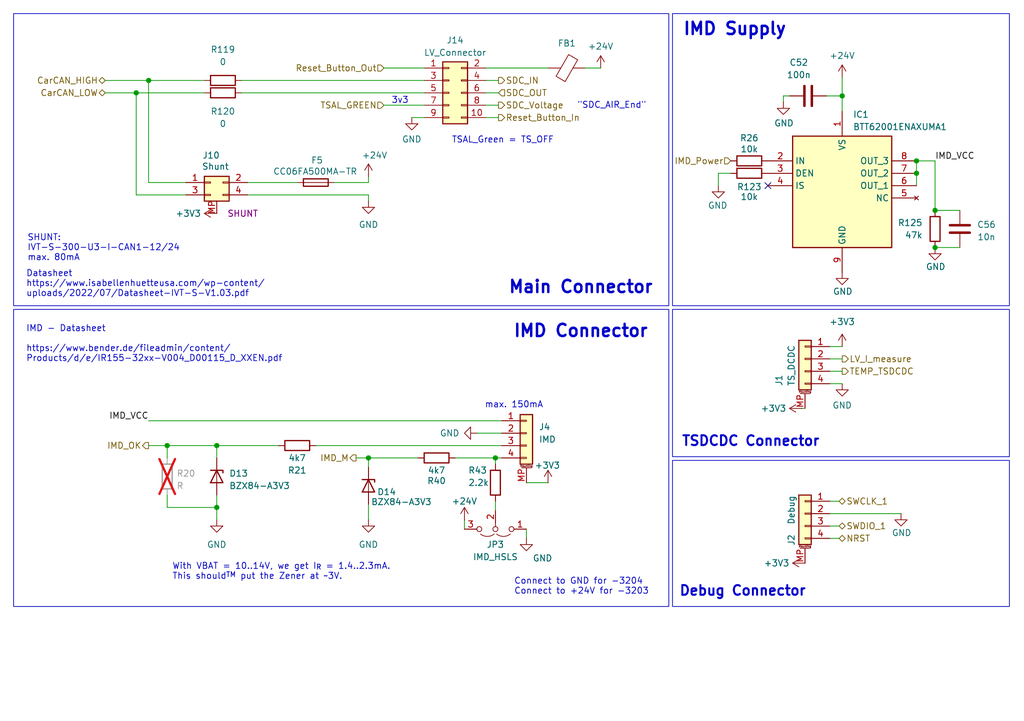
<source format=kicad_sch>
(kicad_sch (version 20250114) (generator "eeschema") (generator_version "9.0")
  (paper "A5")
  (title_block (title "Input/Output") (date "2025-03-09") (rev "V1") (comment 1 "Lene Marquardt"))
  (lib_symbols
    (symbol "BTT62001ENAXUMA1:BTT62001ENAXUMA1"
      (property "Reference" "IC" (at 26.67 7.62 0))
      (property "Value" "BTT62001ENAXUMA1" (at 26.67 5.08 0))
      (symbol "BTT62001ENAXUMA1_1_1"
        (rectangle (start 5.08 2.54) (end 25.4 -20.32) (stroke (width 0.254)) (fill (type background)))
        (pin passive line (at 0 -2.54 0) (length 5.08) (name "IN") (number "2"))
        (pin passive line (at 0 -5.08 0) (length 5.08) (name "DEN") (number "3"))
        (pin passive line (at 0 -7.62 0) (length 5.08) (name "IS") (number "4"))
        (pin passive line (at 15.24 7.62 270) (length 5.08) (name "VS") (number "1"))
        (pin passive line (at 15.24 -25.4 90) (length 5.08) (name "GND") (number "9"))
        (pin passive line (at 30.48 -2.54 180) (length 5.08) (name "OUT_3") (number "8"))
        (pin passive line (at 30.48 -5.08 180) (length 5.08) (name "OUT_2") (number "7"))
        (pin passive line (at 30.48 -7.62 180) (length 5.08) (name "OUT_1") (number "6"))
        (pin no_connect line (at 30.48 -10.16 180) (length 5.08) (name "NC") (number "5"))
      )
    )
    (symbol "Connector_Generic:Conn_02x05_Odd_Even" (pin_names (offset 1.016) (hide yes))
      (property "Reference" "J" (at 1.27 7.62 0))
      (property "Value" "Conn_02x05_Odd_Even" (at 1.27 -7.62 0))
      (symbol "Conn_02x05_Odd_Even_1_1"
        (rectangle (start -1.27 6.35) (end 3.81 -6.35) (stroke (width 0.254)) (fill (type background)))
        (rectangle (start -1.27 5.207) (end 0 4.953) (stroke (width 0.1524)))
        (rectangle (start -1.27 2.667) (end 0 2.413) (stroke (width 0.1524)))
        (rectangle (start -1.27 0.127) (end 0 -0.127) (stroke (width 0.1524)))
        (rectangle (start -1.27 -2.413) (end 0 -2.667) (stroke (width 0.1524)))
        (rectangle (start -1.27 -4.953) (end 0 -5.207) (stroke (width 0.1524)))
        (rectangle (start 3.81 5.207) (end 2.54 4.953) (stroke (width 0.1524)))
        (rectangle (start 3.81 2.667) (end 2.54 2.413) (stroke (width 0.1524)))
        (rectangle (start 3.81 0.127) (end 2.54 -0.127) (stroke (width 0.1524)))
        (rectangle (start 3.81 -2.413) (end 2.54 -2.667) (stroke (width 0.1524)))
        (rectangle (start 3.81 -4.953) (end 2.54 -5.207) (stroke (width 0.1524)))
        (pin passive line (at -5.08 5.08 0) (length 3.81) (name "Pin_1") (number "1"))
        (pin passive line (at -5.08 2.54 0) (length 3.81) (name "Pin_3") (number "3"))
        (pin passive line (at -5.08 0 0) (length 3.81) (name "Pin_5") (number "5"))
        (pin passive line (at -5.08 -2.54 0) (length 3.81) (name "Pin_7") (number "7"))
        (pin passive line (at -5.08 -5.08 0) (length 3.81) (name "Pin_9") (number "9"))
        (pin passive line (at 7.62 5.08 180) (length 3.81) (name "Pin_2") (number "2"))
        (pin passive line (at 7.62 2.54 180) (length 3.81) (name "Pin_4") (number "4"))
        (pin passive line (at 7.62 0 180) (length 3.81) (name "Pin_6") (number "6"))
        (pin passive line (at 7.62 -2.54 180) (length 3.81) (name "Pin_8") (number "8"))
        (pin passive line (at 7.62 -5.08 180) (length 3.81) (name "Pin_10") (number "10"))
      )
    )
    (symbol "Connector_Generic_MountingPin:Conn_01x04_MountingPin" (pin_names (offset 1.016) (hide yes))
      (property "Reference" "J" (at 0 5.08 0))
      (property "Value" "Conn_01x04_MountingPin" (at 1.27 -7.62 0))
      (symbol "Conn_01x04_MountingPin_1_1"
        (rectangle (start -1.27 3.81) (end 1.27 -6.35) (stroke (width 0.254)) (fill (type background)))
        (rectangle (start -1.27 2.667) (end 0 2.413) (stroke (width 0.1524)))
        (rectangle (start -1.27 0.127) (end 0 -0.127) (stroke (width 0.1524)))
        (rectangle (start -1.27 -2.413) (end 0 -2.667) (stroke (width 0.1524)))
        (rectangle (start -1.27 -4.953) (end 0 -5.207) (stroke (width 0.1524)))
        (polyline (pts (xy -1.016 -7.112) (xy 1.016 -7.112)) (stroke (width 0.1524)))
        (text "Mounting" (at 0 -6.731 0) (effects (font (size 0.381 0.381))))
        (pin passive line (at -5.08 2.54 0) (length 3.81) (name "Pin_1") (number "1"))
        (pin passive line (at -5.08 0 0) (length 3.81) (name "Pin_2") (number "2"))
        (pin passive line (at -5.08 -2.54 0) (length 3.81) (name "Pin_3") (number "3"))
        (pin passive line (at -5.08 -5.08 0) (length 3.81) (name "Pin_4") (number "4"))
        (pin passive line (at 0 -10.16 90) (length 3.048) (name "MountPin") (number "MP"))
      )
    )
    (symbol "Device:C" (pin_numbers (hide yes)) (pin_names (offset 0.254))
      (property "Reference" "C" (at 0.635 2.54 0))
      (property "Value" "C" (at 0.635 -2.54 0))
      (symbol "C_0_1"
        (polyline (pts (xy -2.032 0.762) (xy 2.032 0.762)) (stroke (width 0.508)))
        (polyline (pts (xy -2.032 -0.762) (xy 2.032 -0.762)) (stroke (width 0.508)))
      )
      (symbol "C_1_1"
        (pin passive line (at 0 3.81 270) (length 2.794) (name "~") (number "1"))
        (pin passive line (at 0 -3.81 90) (length 2.794) (name "~") (number "2"))
      )
    )
    (symbol "Device:FerriteBead" (pin_numbers (hide yes)) (pin_names (offset 0))
      (property "Reference" "FB" (at -3.81 0.635 90))
      (property "Value" "FerriteBead" (at 3.81 0 90))
      (symbol "FerriteBead_0_1"
        (polyline (pts (xy -2.7686 0.4064) (xy -1.7018 2.2606) (xy 2.7686 -0.3048) (xy 1.6764 -2.159) (xy -2.7686 0.4064)))
        (polyline (pts (xy 0 1.27) (xy 0 1.2954)))
        (polyline (pts (xy 0 -1.27) (xy 0 -1.2192)))
      )
      (symbol "FerriteBead_1_1"
        (pin passive line (at 0 3.81 270) (length 2.54) (name "~") (number "1"))
        (pin passive line (at 0 -3.81 90) (length 2.54) (name "~") (number "2"))
      )
    )
    (symbol "Device:Fuse" (pin_numbers (hide yes)) (pin_names (offset 0))
      (property "Reference" "F" (at 2.032 0 90))
      (property "Value" "Fuse" (at -1.905 0 90))
      (symbol "Fuse_0_1"
        (rectangle (start -0.762 -2.54) (end 0.762 2.54) (stroke (width 0.254)))
        (polyline (pts (xy 0 2.54) (xy 0 -2.54)))
      )
      (symbol "Fuse_1_1"
        (pin passive line (at 0 3.81 270) (length 1.27) (name "~") (number "1"))
        (pin passive line (at 0 -3.81 90) (length 1.27) (name "~") (number "2"))
      )
    )
    (symbol "Device:R" (pin_numbers (hide yes)) (pin_names (offset 0))
      (property "Reference" "R" (at 2.032 0 90))
      (property "Value" "R" (at 0 0 90))
      (symbol "R_0_1"
        (rectangle (start -1.016 -2.54) (end 1.016 2.54) (stroke (width 0.254)))
      )
      (symbol "R_1_1"
        (pin passive line (at 0 3.81 270) (length 1.27) (name "~") (number "1"))
        (pin passive line (at 0 -3.81 90) (length 1.27) (name "~") (number "2"))
      )
    )
    (symbol "Jumper:Jumper_3_Open" (pin_names (offset 0) (hide yes))
      (property "Reference" "JP" (at -2.54 -2.54 0))
      (property "Value" "Jumper_3_Open" (at 0 2.794 0))
      (symbol "Jumper_3_Open_0_0"
        (circle (center -3.302 0) (radius 0.508))
        (circle (center 0 0) (radius 0.508))
        (circle (center 3.302 0) (radius 0.508))
      )
      (symbol "Jumper_3_Open_0_1"
        (arc (start -3.048 1.016) (mid -1.651 1.4992) (end -0.254 1.016))
        (polyline (pts (xy 0 -0.508) (xy 0 -1.27)))
        (arc (start 0.254 1.016) (mid 1.651 1.4992) (end 3.048 1.016))
      )
      (symbol "Jumper_3_Open_1_1"
        (pin passive line (at -6.35 0 0) (length 2.54) (name "A") (number "1"))
        (pin passive line (at 0 -3.81 90) (length 2.54) (name "C") (number "2"))
        (pin passive line (at 6.35 0 180) (length 2.54) (name "B") (number "3"))
      )
    )
    (symbol "Master:BZX84-A3V3" (pin_numbers (hide yes)) (pin_names (offset 1.016) (hide yes))
      (property "Reference" "D" (at 0 2.54 0))
      (property "Value" "BZX84-A3V3" (at 0 -2.54 0))
      (symbol "BZX84-A3V3_0_1"
        (polyline (pts (xy -1.27 -1.27) (xy -1.27 1.27) (xy -0.762 1.27)) (stroke (width 0.254)))
        (polyline (pts (xy 1.27 0) (xy -1.27 0)))
        (polyline (pts (xy 1.27 -1.27) (xy 1.27 1.27) (xy -1.27 0) (xy 1.27 -1.27)) (stroke (width 0.254)))
      )
      (symbol "BZX84-A3V3_1_1"
        (pin passive line (at -3.81 0 0) (length 2.54) (name "K") (number "3"))
        (pin passive line (at 3.81 0 180) (length 2.54) (name "A") (number "1"))
      )
    )
    (symbol "Master:MMNL_2x2p_vertical" (pin_names (offset 1.016) (hide yes))
      (property "Reference" "J" (at 1.27 2.54 0))
      (property "Value" "MMNL_2x2p_vertical" (at 1.27 -5.08 0))
      (symbol "MMNL_2x2p_vertical_1_1"
        (rectangle (start -1.27 1.27) (end 3.81 -3.81) (stroke (width 0.254)) (fill (type background)))
        (rectangle (start -1.27 0.127) (end 0 -0.127) (stroke (width 0.1524)))
        (rectangle (start -1.27 -2.413) (end 0 -2.667) (stroke (width 0.1524)))
        (rectangle (start 3.81 0.127) (end 2.54 -0.127) (stroke (width 0.1524)))
        (rectangle (start 3.81 -2.413) (end 2.54 -2.667) (stroke (width 0.1524)))
        (pin passive line (at -5.08 0 0) (length 3.81) (name "Pin_1") (number "1"))
        (pin passive line (at -5.08 -2.54 0) (length 3.81) (name "Pin_3") (number "3"))
        (pin passive line (at 1.27 -6.35 90) (length 2.54) (name "") (number "MP"))
        (pin passive line (at 7.62 0 180) (length 3.81) (name "Pin_2") (number "2"))
        (pin passive line (at 7.62 -2.54 180) (length 3.81) (name "Pin_4") (number "4"))
      )
    )
    (symbol "power:+12V" (power) (pin_numbers (hide yes)) (pin_names (offset 0) (hide yes))
      (property "Value" "+12V" (at 0 3.556 0))
      (symbol "+12V_0_1"
        (polyline (pts (xy -0.762 1.27) (xy 0 2.54)))
        (polyline (pts (xy 0 2.54) (xy 0.762 1.27)))
        (polyline (pts (xy 0 0) (xy 0 2.54)))
      )
      (symbol "+12V_1_1"
        (pin power_in line (at 0 0 90) (length 0) (name "~") (number "1"))
      )
    )
    (symbol "power:+24V" (power) (pin_numbers (hide yes)) (pin_names (offset 0) (hide yes))
      (property "Value" "+24V" (at 0 3.556 0))
      (symbol "+24V_0_1"
        (polyline (pts (xy -0.762 1.27) (xy 0 2.54)))
        (polyline (pts (xy 0 2.54) (xy 0.762 1.27)))
        (polyline (pts (xy 0 0) (xy 0 2.54)))
      )
      (symbol "+24V_1_1"
        (pin power_in line (at 0 0 90) (length 0) (name "~") (number "1"))
      )
    )
    (symbol "power:+3V3" (power) (pin_numbers (hide yes)) (pin_names (offset 0) (hide yes))
      (property "Value" "+3V3" (at 0 3.556 0))
      (symbol "+3V3_0_1"
        (polyline (pts (xy -0.762 1.27) (xy 0 2.54)))
        (polyline (pts (xy 0 2.54) (xy 0.762 1.27)))
        (polyline (pts (xy 0 0) (xy 0 2.54)))
      )
      (symbol "+3V3_1_1"
        (pin power_in line (at 0 0 90) (length 0) (name "~") (number "1"))
      )
    )
    (symbol "power:GND" (power) (pin_numbers (hide yes)) (pin_names (offset 0) (hide yes))
      (property "Value" "GND" (at 0 -3.81 0))
      (symbol "GND_0_1"
        (polyline (pts (xy 0 0) (xy 0 -1.27) (xy 1.27 -1.27) (xy 0 -2.54) (xy -1.27 -1.27) (xy 0 -1.27)))
      )
      (symbol "GND_1_1"
        (pin power_in line (at 0 0 270) (length 0) (name "~") (number "1"))
      )
    )
  )
  (rectangle (start 137.922 94.488) (end 207.01 124.46))
  (rectangle (start 2.794 2.794) (end 137.16 62.738))
  (rectangle (start 137.922 63.5) (end 207.01 93.726))
  (rectangle (start 137.922 2.794) (end 207.01 62.738))
  (rectangle (start 2.794 63.5) (end 137.16 124.46))
  (text "max. 150mA" (at 105.41 83.185 0) (effects (font (size 1.27 1.27))))
  (text "IMD Supply" (at 139.954 6.096 0) (effects (font (size 2.5 2.5) (bold yes)) (justify left)))
  (text "IMD - Datasheet\n\nhttps://www.bender.de/fileadmin/content/\nProducts/d/e/IR155-32xx-V004_D00115_D_XXEN.pdf" (at 5.334 70.612 0) (effects (font (size 1.27 1.27)) (justify left)))
  (text "Datasheet\nhttps://www.isabellenhuetteusa.com/wp-content/\nuploads/2022/07/Datasheet-IVT-S-V1.03.pdf" (at 5.334 58.293 0) (effects (font (size 1.27 1.27)) (justify left)))
  (text "3v3" (at 80.264 20.701 0) (effects (font (size 1.27 1.27)) (justify left)))
  (text "SHUNT:\nIVT-S-300-U3-I-CAN1-12/24\nmax. 80mA\n" (at 5.588 50.927 0) (effects (font (size 1.27 1.27)) (justify left)))
  (text "Connect to GND for -3204\nConnect to +24V for -3203" (at 105.41 122.174 0) (effects (font (size 1.27 1.27)) (justify left bottom)))
  (text "\"SDC_AIR_End\"\n" (at 125.476 21.717 0) (effects (font (size 1.27 1.27))))
  (text "TSAL_Green = TS_OFF" (at 103.124 28.829 0) (effects (font (size 1.27 1.27))))
  (text "Main Connector" (at 104.14 59.055 0) (effects (font (size 2.5 2.5) (thickness 0.5) (bold yes)) (justify left)))
  (text "IMD Connector" (at 105.156 68.072 0) (effects (font (size 2.5 2.5) (thickness 0.5) (bold yes)) (justify left)))
  (text "TSDCDC Connector" (at 139.7 90.678 0) (effects (font (size 2 2) (thickness 0.4) (bold yes)) (justify left)))
  (text "Debug Connector" (at 139.192 121.412 0) (effects (font (size 2 2) (thickness 0.4) (bold yes)) (justify left)))
  (text "With VBAT = 10..14V, we get I_{R} = 1.4..2.3mA.\nThis should^{TM} put the Zener at ~3V." (at 35.306 119.126 0) (effects (font (size 1.27 1.27)) (justify left bottom)))
  (junction (at 34.29 91.44))
  (junction (at 75.565 93.98))
  (junction (at 30.48 16.51))
  (junction (at 187.96 35.56))
  (junction (at 44.45 104.14))
  (junction (at 172.72 19.685))
  (junction (at 44.45 91.44))
  (junction (at 187.96 33.02))
  (junction (at 101.6 93.98))
  (junction (at 191.77 43.18))
  (junction (at 27.94 19.05))
  (junction (at 191.77 50.8))
  (no_connect (at 157.48 38.1))
  (wire (pts (xy 75.565 37.465) (xy 68.58 37.465)))
  (wire (pts (xy 30.48 16.51) (xy 41.91 16.51)))
  (wire (pts (xy 50.8 37.465) (xy 60.96 37.465)))
  (wire (pts (xy 27.94 19.05) (xy 41.91 19.05)))
  (wire (pts (xy 30.48 16.51) (xy 30.48 37.465)))
  (wire (pts (xy 44.45 91.44) (xy 44.45 93.98)))
  (wire (pts (xy 75.565 40.005) (xy 50.8 40.005)))
  (wire (pts (xy 102.235 19.05) (xy 99.695 19.05)))
  (wire (pts (xy 102.235 24.13) (xy 99.695 24.13)))
  (wire (pts (xy 73.025 93.98) (xy 75.565 93.98)))
  (wire (pts (xy 64.77 91.44) (xy 102.87 91.44)))
  (wire (pts (xy 34.29 91.44) (xy 44.45 91.44)))
  (wire (pts (xy 187.96 33.02) (xy 191.77 33.02)))
  (wire (pts (xy 123.19 13.97) (xy 120.015 13.97)))
  (wire (pts (xy 99.695 13.97) (xy 112.395 13.97)))
  (wire (pts (xy 101.6 93.98) (xy 101.6 95.25)))
  (wire (pts (xy 85.725 93.98) (xy 75.565 93.98)))
  (wire (pts (xy 172.085 102.87) (xy 170.18 102.87)))
  (wire (pts (xy 107.95 108.585) (xy 107.95 110.49)))
  (wire (pts (xy 75.565 103.505) (xy 75.565 106.68)))
  (wire (pts (xy 75.565 41.275) (xy 75.565 40.005)))
  (wire (pts (xy 21.59 16.51) (xy 30.48 16.51)))
  (wire (pts (xy 27.94 40.005) (xy 38.1 40.005)))
  (wire (pts (xy 147.32 35.56) (xy 147.32 38.1)))
  (wire (pts (xy 147.32 35.56) (xy 149.86 35.56)))
  (wire (pts (xy 27.94 19.05) (xy 27.94 40.005)))
  (wire (pts (xy 172.085 110.49) (xy 170.18 110.49)))
  (wire (pts (xy 99.695 21.59) (xy 102.235 21.59)))
  (wire (pts (xy 78.74 13.97) (xy 86.995 13.97)))
  (wire (pts (xy 49.53 19.05) (xy 86.995 19.05)))
  (wire (pts (xy 102.235 16.51) (xy 99.695 16.51)))
  (wire (pts (xy 34.29 104.14) (xy 44.45 104.14)))
  (wire (pts (xy 34.29 101.6) (xy 34.29 104.14)))
  (wire (pts (xy 44.45 91.44) (xy 57.15 91.44)))
  (wire (pts (xy 107.95 99.06) (xy 112.395 99.06)))
  (wire (pts (xy 49.53 16.51) (xy 86.995 16.51)))
  (wire (pts (xy 164.465 83.82) (xy 165.1 83.82)))
  (wire (pts (xy 172.72 19.685) (xy 172.72 22.86)))
  (wire (pts (xy 75.565 93.98) (xy 75.565 95.885)))
  (wire (pts (xy 191.77 43.18) (xy 191.77 33.02)))
  (wire (pts (xy 172.72 71.12) (xy 170.18 71.12)))
  (wire (pts (xy 30.48 86.36) (xy 102.87 86.36)))
  (wire (pts (xy 75.565 36.195) (xy 75.565 37.465)))
  (wire (pts (xy 102.87 93.98) (xy 101.6 93.98)))
  (wire (pts (xy 30.48 37.465) (xy 38.1 37.465)))
  (wire (pts (xy 172.085 107.95) (xy 170.18 107.95)))
  (wire (pts (xy 187.96 35.56) (xy 187.96 38.1)))
  (wire (pts (xy 172.72 15.875) (xy 172.72 19.685)))
  (wire (pts (xy 172.72 78.74) (xy 170.18 78.74)))
  (wire (pts (xy 86.995 24.13) (xy 84.455 24.13)))
  (wire (pts (xy 101.6 102.87) (xy 101.6 104.775)))
  (wire (pts (xy 160.655 19.685) (xy 160.655 20.955)))
  (wire (pts (xy 170.18 76.2) (xy 172.72 76.2)))
  (wire (pts (xy 44.45 104.14) (xy 44.45 106.68)))
  (wire (pts (xy 170.18 105.41) (xy 184.785 105.41)))
  (wire (pts (xy 187.96 33.02) (xy 187.96 35.56)))
  (wire (pts (xy 191.77 43.18) (xy 196.85 43.18)))
  (wire (pts (xy 97.79 88.9) (xy 102.87 88.9)))
  (wire (pts (xy 21.59 19.05) (xy 27.94 19.05)))
  (wire (pts (xy 93.345 93.98) (xy 101.6 93.98)))
  (wire (pts (xy 78.74 21.59) (xy 86.995 21.59)))
  (wire (pts (xy 44.45 101.6) (xy 44.45 104.14)))
  (wire (pts (xy 30.48 91.44) (xy 34.29 91.44)))
  (wire (pts (xy 160.655 19.685) (xy 161.925 19.685)))
  (wire (pts (xy 170.18 73.66) (xy 172.72 73.66)))
  (wire (pts (xy 169.545 19.685) (xy 172.72 19.685)))
  (wire (pts (xy 191.77 50.8) (xy 196.85 50.8)))
  (wire (pts (xy 34.29 91.44) (xy 34.29 93.98)))
  (wire (pts (xy 95.25 106.68) (xy 95.25 108.585)))
  (label "IMD_VCC" (at 30.48 86.36 180))
  (label "IMD_VCC" (at 191.77 33.02 0))
  (hierarchical_label "IMD_Power" (shape input) (at 149.86 33.02 180))
  (hierarchical_label "SDC_OUT" (shape input) (at 102.235 19.05 0) (property "Netclass" "SDC" (effects (hide yes))))
  (hierarchical_label "SWCLK_1" (shape bidirectional) (at 172.085 102.87 0))
  (hierarchical_label "IMD_M" (shape output) (at 73.025 93.98 180))
  (hierarchical_label "TSAL_GREEN" (shape input) (at 78.74 21.59 180))
  (hierarchical_label "LV_I_measure" (shape output) (at 172.72 73.66 0))
  (hierarchical_label "Reset_Button_Out" (shape input) (at 78.74 13.97 180))
  (hierarchical_label "NRST" (shape bidirectional) (at 172.085 110.49 0))
  (hierarchical_label "CarCAN_LOW" (shape bidirectional) (at 21.59 19.05 180))
  (hierarchical_label "CarCAN_HIGH" (shape bidirectional) (at 21.59 16.51 180))
  (hierarchical_label "SWDIO_1" (shape bidirectional) (at 172.085 107.95 0))
  (hierarchical_label "SDC_IN" (shape output) (at 102.235 16.51 0) (property "Netclass" "SDC" (effects (hide yes))))
  (hierarchical_label "TEMP_TSDCDC" (shape output) (at 172.72 76.2 0))
  (hierarchical_label "Reset_Button_In" (shape output) (at 102.235 24.13 0))
  (hierarchical_label "SDC_Voltage" (shape output) (at 102.235 21.59 0) (property "Netclass" "SDC" (effects (hide yes))))
  (hierarchical_label "IMD_OK" (shape output) (at 30.48 91.44 180))
  (symbol (lib_id "Device:R") (at 153.67 33.02 90) (unit 1)
    (property "Reference" "R26" (at 153.67 28.321 90))
    (property "Value" "10k" (at 153.67 30.607 90))
    (property "Footprint" "Resistor_SMD:R_0603_1608Metric" (effects (hide yes)))
    (property "Description" "Resistor" (effects (hide yes)))
  )
  (symbol (lib_id "Connector_Generic:Conn_02x05_Odd_Even") (at 92.075 19.05 0) (unit 1)
    (property "Reference" "J14" (at 93.345 8.255 0))
    (property "Value" "LV_Connector" (at 93.345 10.795 0))
    (property "Footprint" "FaSTTUBe_connectors:Micro_Mate-N-Lok_2x5p_vertical" (effects (hide yes)))
    (property "Description" "Generic connector, double row, 02x05, odd/even pin numbering scheme (row 1 odd numbers, row 2 even numbers), script generated (kicad-library-utils/schlib/autogen/connector/)" (effects (hide yes)))
    (property "Silkscreen" "LV_Stecker" (effects (hide yes)))
  )
  (symbol (lib_id "power:+3V3") (at 112.395 99.06 0) (unit 1)
    (property "Reference" "#PWR0134" (effects (hide yes)))
    (property "Value" "+3V3" (at 112.268 95.504 0))
    (property "Description" "Power symbol creates a global label with name \"+3V3\"" (effects (hide yes)))
  )
  (symbol (lib_id "power:+12V") (at 123.19 13.97 0) (unit 1)
    (property "Reference" "#PWR0108" (effects (hide yes)))
    (property "Value" "+24V" (at 123.19 9.525 0))
    (property "Description" "Power symbol creates a global label with name \"+12V\"" (effects (hide yes)))
  )
  (symbol (lib_id "power:+3V3") (at 164.465 83.82 90) (unit 1)
    (property "Reference" "#PWR075" (effects (hide yes)))
    (property "Value" "+3V3" (at 161.29 83.8199 90) (effects (justify left)))
    (property "Description" "Power symbol creates a global label with name \"+3V3\"" (effects (hide yes)))
  )
  (symbol (lib_id "Device:R") (at 34.29 97.79 0) (unit 1) (dnp yes)
    (property "Reference" "R20" (at 36.195 97.155 0) (effects (justify left)))
    (property "Value" "R" (at 36.195 99.695 0) (effects (justify left)))
    (property "Footprint" "Resistor_SMD:R_0603_1608Metric" (effects (hide yes)))
    (property "Description" "Resistor" (effects (hide yes)))
  )
  (symbol (lib_id "power:+3V3") (at 165.1 115.57 90) (unit 1)
    (property "Reference" "#PWR0131" (effects (hide yes)))
    (property "Value" "+3V3" (at 161.925 115.5699 90) (effects (justify left)))
    (property "Description" "Power symbol creates a global label with name \"+3V3\"" (effects (hide yes)))
  )
  (symbol (lib_id "Master:MMNL_2x2p_vertical") (at 43.18 37.465 0) (unit 1)
    (property "Reference" "J10" (at 43.307 31.877 0))
    (property "Value" "Shunt" (at 44.196 34.163 0))
    (property "Footprint" "FaSTTUBe_connectors:Micro_Mate-N-Lok_2x2p_vertical" (effects (hide yes)))
    (property "Description" "Generic connector, double row, 02x02, odd/even pin numbering scheme (row 1 odd numbers, row 2 even numbers), script generated (kicad-library-utils/schlib/autogen/connector/)" (effects (hide yes)))
    (property "Silkscreen" "SHUNT" (at 49.784 43.815 0))
  )
  (symbol (lib_id "power:GND") (at 191.77 50.8 0) (unit 1)
    (property "Reference" "#PWR030" (effects (hide yes)))
    (property "Value" "GND" (at 191.897 54.737 0))
    (property "Description" "Power symbol creates a global label with name \"GND\" , ground" (effects (hide yes)))
  )
  (symbol (lib_id "power:GND") (at 44.45 106.68 0) (unit 1)
    (property "Reference" "#PWR043" (effects (hide yes)))
    (property "Value" "GND" (at 44.45 111.76 0))
    (property "Description" "Power symbol creates a global label with name \"GND\" , ground" (effects (hide yes)))
  )
  (symbol (lib_id "Jumper:Jumper_3_Open") (at 101.6 108.585 180) (unit 1)
    (property "Reference" "JP3" (at 101.6 111.76 0))
    (property "Value" "IMD_HSLS" (at 101.6 114.3 0))
    (property "Footprint" "Jumper:SolderJumper-3_P1.3mm_Open_RoundedPad1.0x1.5mm" (effects (hide yes)))
    (property "Description" "Jumper, 3-pole, both open" (effects (hide yes)))
  )
  (symbol (lib_id "Connector_Generic_MountingPin:Conn_01x04_MountingPin") (at 107.95 88.9 0) (unit 1)
    (property "Reference" "J4" (at 110.49 87.63 0) (effects (justify left)))
    (property "Value" "IMD" (at 110.49 90.17 0) (effects (justify left)))
    (property "Footprint" "FaSTTUBe_connectors:Micro_Mate-N-Lok_2x2p_vertical" (effects (hide yes)))
    (property "Description" "Generic connectable mounting pin connector, single row, 01x04, script generated (kicad-library-utils/schlib/autogen/connector/)" (effects (hide yes)))
  )
  (symbol (lib_id "power:GND") (at 107.95 110.49 0) (unit 1)
    (property "Reference" "#PWR063" (effects (hide yes)))
    (property "Value" "GND" (at 109.22 114.554 0) (effects (justify left)))
    (property "Description" "Power symbol creates a global label with name \"GND\" , ground" (effects (hide yes)))
  )
  (symbol (lib_id "Connector_Generic_MountingPin:Conn_01x04_MountingPin") (at 165.1 73.66 0) (mirror y) (unit 1)
    (property "Reference" "J1" (at 159.766 79.248 90) (effects (justify left)))
    (property "Value" "TS_DCDC" (at 162.306 79.248 90) (effects (justify left)))
    (property "Footprint" "FaSTTUBe_connectors:Micro_Mate-N-Lok_2x2p_vertical" (effects (hide yes)))
    (property "Description" "Generic connectable mounting pin connector, single row, 01x04, script generated (kicad-library-utils/schlib/autogen/connector/)" (effects (hide yes)))
  )
  (symbol (lib_id "power:+3V3") (at 44.45 43.815 90) (unit 1)
    (property "Reference" "#PWR0110" (effects (hide yes)))
    (property "Value" "+3V3" (at 38.608 43.815 90))
    (property "Description" "Power symbol creates a global label with name \"+3V3\"" (effects (hide yes)))
  )
  (symbol (lib_id "Device:R") (at 101.6 99.06 0) (unit 1)
    (property "Reference" "R43" (at 96.012 96.52 0) (effects (justify left)))
    (property "Value" "2.2k" (at 96.012 99.06 0) (effects (justify left)))
    (property "Footprint" "Resistor_SMD:R_0603_1608Metric" (effects (hide yes)))
    (property "Description" "Resistor" (effects (hide yes)))
  )
  (symbol (lib_id "Device:R") (at 45.72 19.05 90) (unit 1)
    (property "Reference" "R120" (at 45.72 22.86 90))
    (property "Value" "0" (at 45.72 25.4 90))
    (property "Footprint" "Resistor_SMD:R_0603_1608Metric" (effects (hide yes)))
    (property "Description" "Resistor" (effects (hide yes)))
  )
  (symbol (lib_id "Device:R") (at 153.67 35.56 90) (unit 1)
    (property "Reference" "R123" (at 153.67 38.354 90))
    (property "Value" "10k" (at 153.67 40.386 90))
    (property "Footprint" "Resistor_SMD:R_0603_1608Metric" (effects (hide yes)))
    (property "Description" "Resistor" (effects (hide yes)))
  )
  (symbol (lib_id "Device:C") (at 165.735 19.685 90) (unit 1)
    (property "Reference" "C52" (at 163.83 12.827 90))
    (property "Value" "100n" (at 163.83 15.367 90))
    (property "Footprint" "Capacitor_SMD:C_0603_1608Metric" (effects (hide yes)))
    (property "Description" "Unpolarized capacitor" (effects (hide yes)))
  )
  (symbol (lib_id "power:GND") (at 97.79 88.9 270) (unit 1)
    (property "Reference" "#PWR047" (effects (hide yes)))
    (property "Value" "GND" (at 90.17 88.9 90) (effects (justify left)))
    (property "Description" "Power symbol creates a global label with name \"GND\" , ground" (effects (hide yes)))
  )
  (symbol (lib_id "power:+3V3") (at 172.72 71.12 0) (unit 1)
    (property "Reference" "#PWR0128" (effects (hide yes)))
    (property "Value" "+3V3" (at 172.72 66.04 0))
    (property "Description" "Power symbol creates a global label with name \"+3V3\"" (effects (hide yes)))
  )
  (symbol (lib_id "Master:BZX84-A3V3") (at 75.565 99.695 270) (unit 1)
    (property "Reference" "D14" (at 77.343 100.965 90) (effects (justify left)))
    (property "Value" "BZX84-A3V3" (at 76.073 102.997 90) (effects (justify left)))
    (property "Footprint" "Package_TO_SOT_SMD:SOT-23" (effects (hide yes)))
    (property "Datasheet" "https://assets.nexperia.com/documents/data-sheet/BZX84_SER.pdf" (effects (hide yes)))
    (property "Description" "Zener diode 3.3V SOT-23" (effects (hide yes)))
  )
  (symbol (lib_id "power:GND") (at 75.565 106.68 0) (unit 1)
    (property "Reference" "#PWR044" (effects (hide yes)))
    (property "Value" "GND" (at 75.565 111.76 0))
    (property "Description" "Power symbol creates a global label with name \"GND\" , ground" (effects (hide yes)))
  )
  (symbol (lib_id "Master:BZX84-A3V3") (at 44.45 97.79 270) (unit 1)
    (property "Reference" "D13" (at 46.99 97.155 90) (effects (justify left)))
    (property "Value" "BZX84-A3V3" (at 46.99 99.695 90) (effects (justify left)))
    (property "Footprint" "Package_TO_SOT_SMD:SOT-23" (effects (hide yes)))
    (property "Datasheet" "https://assets.nexperia.com/documents/data-sheet/BZX84_SER.pdf" (effects (hide yes)))
    (property "Description" "Zener diode 3.3V SOT-23" (effects (hide yes)))
  )
  (symbol (lib_id "power:GND") (at 147.32 38.1 0) (unit 1)
    (property "Reference" "#PWR061" (effects (hide yes)))
    (property "Value" "GND" (at 147.193 42.164 0))
    (property "Description" "Power symbol creates a global label with name \"GND\" , ground" (effects (hide yes)))
  )
  (symbol (lib_id "power:GND") (at 160.655 20.955 0) (unit 1)
    (property "Reference" "#PWR0120" (effects (hide yes)))
    (property "Value" "GND" (at 160.782 25.273 0))
    (property "Description" "Power symbol creates a global label with name \"GND\" , ground" (effects (hide yes)))
  )
  (symbol (lib_id "Device:R") (at 45.72 16.51 90) (unit 1)
    (property "Reference" "R119" (at 45.72 10.16 90))
    (property "Value" "0" (at 45.72 12.7 90))
    (property "Footprint" "Resistor_SMD:R_0603_1608Metric" (effects (hide yes)))
    (property "Description" "Resistor" (effects (hide yes)))
  )
  (symbol (lib_id "Device:FerriteBead") (at 116.205 13.97 270) (unit 1)
    (property "Reference" "FB1" (at 116.2558 8.89 90))
    (property "Value" "MH2029-300Y" (effects (hide yes)))
    (property "Footprint" "Inductor_SMD:L_0805_2012Metric" (effects (hide yes)))
    (property "Datasheet" "https://www.mouser.de/datasheet/2/54/mh-777565.pdf" (effects (hide yes)))
    (property "Description" "Ferrite bead" (effects (hide yes)))
  )
  (symbol (lib_id "power:GND") (at 172.72 55.88 0) (unit 1)
    (property "Reference" "#PWR0121" (effects (hide yes)))
    (property "Value" "GND" (at 172.847 59.817 0))
    (property "Description" "Power symbol creates a global label with name \"GND\" , ground" (effects (hide yes)))
  )
  (symbol (lib_id "BTT62001ENAXUMA1:BTT62001ENAXUMA1") (at 157.48 30.48 0) (unit 1)
    (property "Reference" "IC1" (at 174.9141 23.495 0) (effects (justify left)))
    (property "Value" "BTT62001ENAXUMA1" (at 174.9141 26.035 0) (effects (justify left)))
    (property "Footprint" "Master:SOIC127P600X115-9N" (effects (hide yes)))
    (property "Datasheet" "https://www.infineon.com/dgdl/Infineon-BTT6200-1ENA-DS-v01_00-EN.pdf?fileId=5546d462636cc8fb01645f3a31f312e9" (effects (hide yes)))
    (property "Description" "Infineon PROFET" (effects (hide yes)))
    (property "Height" "1.15" (effects (hide yes)))
    (property "Manufacturer_Name" "Infineon" (effects (hide yes)))
    (property "Manufacturer_Part_Number" "BTT62001ENAXUMA1" (effects (hide yes)))
    (property "Arrow Part Number" "BTT62001ENAXUMA1" (effects (hide yes)))
    (property "Arrow Price/Stock" "https://www.arrow.com/en/products/btt62001enaxuma1/infineon-technologies-ag" (effects (hide yes)))
  )
  (symbol (lib_id "power:+24V") (at 172.72 15.875 0) (unit 1)
    (property "Reference" "#PWR0119" (effects (hide yes)))
    (property "Value" "+24V" (at 172.72 11.43 0))
    (property "Description" "Power symbol creates a global label with name \"+24V\"" (effects (hide yes)))
  )
  (symbol (lib_id "Device:R") (at 89.535 93.98 90) (unit 1)
    (property "Reference" "R40" (at 89.535 98.679 90))
    (property "Value" "4k7" (at 89.535 96.52 90))
    (property "Footprint" "Resistor_SMD:R_0603_1608Metric" (effects (hide yes)))
    (property "Description" "Resistor" (effects (hide yes)))
  )
  (symbol (lib_id "Connector_Generic_MountingPin:Conn_01x04_MountingPin") (at 165.1 105.41 0) (mirror y) (unit 1)
    (property "Reference" "J2" (at 162.306 112.014 90) (effects (justify left)))
    (property "Value" "Debug" (at 162.306 107.696 90) (effects (justify left)))
    (property "Footprint" "FaSTTUBe_connectors:Micro_Mate-N-Lok_2x2p_vertical" (effects (hide yes)))
    (property "Description" "Generic connectable mounting pin connector, single row, 01x04, script generated (kicad-library-utils/schlib/autogen/connector/)" (effects (hide yes)))
  )
  (symbol (lib_id "power:GND") (at 75.565 41.275 0) (mirror y) (unit 1)
    (property "Reference" "#PWR0116" (effects (hide yes)))
    (property "Value" "GND" (at 73.533 46.101 0) (effects (justify right)))
    (property "Description" "Power symbol creates a global label with name \"GND\" , ground" (effects (hide yes)))
  )
  (symbol (lib_id "power:GND") (at 84.455 24.13 0) (mirror y) (unit 1)
    (property "Reference" "#PWR0100" (effects (hide yes)))
    (property "Value" "GND" (at 84.455 28.575 0))
    (property "Description" "Power symbol creates a global label with name \"GND\" , ground" (effects (hide yes)))
  )
  (symbol (lib_id "power:+24V") (at 95.25 106.68 0) (unit 1)
    (property "Reference" "#PWR046" (effects (hide yes)))
    (property "Value" "+24V" (at 95.25 102.87 0))
    (property "Description" "Power symbol creates a global label with name \"+24V\"" (effects (hide yes)))
  )
  (symbol (lib_id "Device:C") (at 196.85 46.99 0) (unit 1)
    (property "Reference" "C56" (at 202.311 46.101 0))
    (property "Value" "10n" (at 202.311 48.641 0))
    (property "Footprint" "Capacitor_SMD:C_0603_1608Metric" (effects (hide yes)))
    (property "Description" "Unpolarized capacitor" (effects (hide yes)))
  )
  (symbol (lib_id "power:GND") (at 172.72 78.74 0) (unit 1)
    (property "Reference" "#PWR0118" (effects (hide yes)))
    (property "Value" "GND" (at 172.72 83.185 0))
    (property "Description" "Power symbol creates a global label with name \"GND\" , ground" (effects (hide yes)))
  )
  (symbol (lib_id "power:GND") (at 184.785 105.41 0) (unit 1)
    (property "Reference" "#PWR0122" (effects (hide yes)))
    (property "Value" "GND" (at 184.912 109.347 0))
    (property "Description" "Power symbol creates a global label with name \"GND\" , ground" (effects (hide yes)))
  )
  (symbol (lib_id "power:+12V") (at 75.565 36.195 0) (mirror y) (unit 1)
    (property "Reference" "#PWR0115" (effects (hide yes)))
    (property "Value" "+24V" (at 76.835 31.877 0))
    (property "Description" "Power symbol creates a global label with name \"+12V\"" (effects (hide yes)))
  )
  (symbol (lib_id "Device:R") (at 60.96 91.44 90) (unit 1)
    (property "Reference" "R21" (at 60.96 96.52 90))
    (property "Value" "4k7" (at 60.96 93.98 90))
    (property "Footprint" "Resistor_SMD:R_0603_1608Metric" (effects (hide yes)))
    (property "Description" "Resistor" (effects (hide yes)))
  )
  (symbol (lib_id "Device:Fuse") (at 64.77 37.465 270) (mirror x) (unit 1)
    (property "Reference" "F5" (at 65.024 32.893 90))
    (property "Value" "CC06FA500MA-TR" (at 64.643 35.179 90))
    (property "Footprint" "Fuse:Fuse_0603_1608Metric" (effects (hide yes)))
    (property "Datasheet" "https://www.mouser.de/datasheet/2/87/eaton_cc06fa_automotive_fast_acting_chip_surface_m-1774671.pdf" (effects (hide yes)))
    (property "Description" "Fuse" (effects (hide yes)))
  )
  (symbol (lib_id "Device:R") (at 191.77 46.99 0) (mirror y) (unit 1)
    (property "Reference" "R125" (at 189.23 45.7199 0) (effects (justify left)))
    (property "Value" "47k" (at 189.23 48.2599 0) (effects (justify left)))
    (property "Footprint" "Resistor_SMD:R_0603_1608Metric" (effects (hide yes)))
    (property "Description" "Resistor" (effects (hide yes)))
  )
)
</source>
